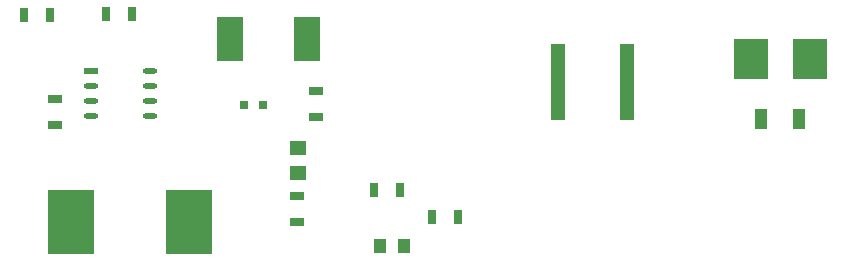
<source format=gtp>
G04*
G04 #@! TF.GenerationSoftware,Altium Limited,Altium Designer,21.6.1 (37)*
G04*
G04 Layer_Color=8421504*
%FSLAX23Y23*%
%MOIN*%
G70*
G04*
G04 #@! TF.SameCoordinates,C1C5D9C5-2355-4A3C-9FD6-11C0A888820F*
G04*
G04*
G04 #@! TF.FilePolarity,Positive*
G04*
G01*
G75*
%ADD18R,0.051X0.028*%
%ADD19R,0.152X0.217*%
%ADD20R,0.089X0.149*%
%ADD21R,0.050X0.256*%
%ADD22R,0.047X0.020*%
%ADD23O,0.047X0.020*%
%ADD24R,0.028X0.051*%
%ADD25R,0.039X0.067*%
%ADD26R,0.031X0.028*%
%ADD27R,0.053X0.047*%
%ADD28R,0.039X0.047*%
%ADD29R,0.118X0.138*%
D18*
X243Y592D02*
D03*
Y678D02*
D03*
X1114Y618D02*
D03*
Y705D02*
D03*
X1051Y354D02*
D03*
Y268D02*
D03*
D19*
X690Y267D02*
D03*
X298D02*
D03*
D20*
X1085Y878D02*
D03*
X829D02*
D03*
D21*
X2150Y736D02*
D03*
X1920D02*
D03*
D22*
X364Y771D02*
D03*
D23*
Y721D02*
D03*
Y671D02*
D03*
Y621D02*
D03*
X561Y771D02*
D03*
Y721D02*
D03*
Y671D02*
D03*
Y621D02*
D03*
D24*
X500Y961D02*
D03*
X413D02*
D03*
X142Y957D02*
D03*
X228D02*
D03*
X1587Y283D02*
D03*
X1500D02*
D03*
X1307Y374D02*
D03*
X1394D02*
D03*
D25*
X2724Y610D02*
D03*
X2598D02*
D03*
D26*
X874Y657D02*
D03*
X937D02*
D03*
D27*
X1055Y431D02*
D03*
Y514D02*
D03*
D28*
X1327Y189D02*
D03*
X1406D02*
D03*
D29*
X2563Y811D02*
D03*
X2760D02*
D03*
M02*

</source>
